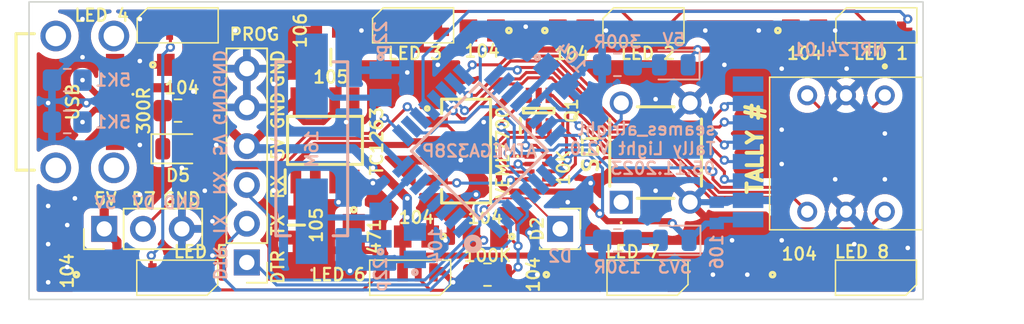
<source format=kicad_pcb>
(kicad_pcb (version 20221018) (generator pcbnew)
  (layers (0 "F.Cu" signal "Front") (31 "B.Cu" signal "Back") (34 "B.Paste" user) (35 "F.Paste" user) (36 "B.SilkS" user "B.Silkscreen") (37 "F.SilkS" user "F.Silkscreen") (38 "B.Mask" user) (39 "F.Mask" user) (44 "Edge.Cuts" user))
  (net 0 "")
  (net 1 "+3V3")
  (net 2 "Net-(3V1-A)")
  (net 3 "+5V")
  (net 4 "Net-(5V1-A)")
  (net 5 "/LED")
  (net 6 "GND")
  (net 7 "/XTAL1")
  (net 8 "/XTAL2")
  (net 9 "/RST")
  (net 10 "/DTR")
  (net 11 "/BTN")
  (net 12 "/LED_DATA_2")
  (net 13 "/LED_DATA")
  (net 14 "/RF_CE")
  (net 15 "/RF_CSN")
  (net 16 "/MOSI")
  (net 17 "/MISO")
  (net 18 "/SCK")
  (net 19 "/HEX_1")
  (net 20 "/HEX_2")
  (net 21 "/HEX_4")
  (net 22 "/HEX_8")
  (net 23 "/SDA")
  (net 24 "/SCL")
  (net 25 "/RXI")
  (net 26 "/TXO")
  (net 27 "/SCL_3V")
  (net 28 "/SDA_3V")
  (net 29 "Net-(J1-CC1)")
  (net 30 "Net-(J1-CC2)")
  (net 35 "Net-(U1-DOUT)")
  (net 36 "Net-(U2-DOUT)")
  (net 37 "Net-(U3-DOUT)")
  (net 38 "Net-(U4-DOUT)")
  (net 39 "Net-(U5-DOUT)")
  (net 40 "Net-(U6-DOUT)")
  (net 41 "Net-(U7-DOUT)")
  (net 44 "Net-(IC1-BYPASS)")
  (net 45 "Net-(IC3-AREF)")
  (net 55 "Net-(IC3-PD2_(PTCXY{slash}INT0{slash}OC3B{slash}OC4B))")
  (net 56 "Net-(LED1-K)")
  (footprint "SamacSys_Parts:USB4125GFA0190" (layer "F.Cu") (at 133.05 90.43 -90)
    (fp_text reference "USB")
    (fp_text value "USB4125-GF-A-0190" hide)
  )
  (footprint "Connector_PinSocket_2.54mm:PinSocket_1x01_P2.54mm_Vertical" (layer "F.Cu") (at 165.25 98.75)
    (fp_text reference "D2")
    (fp_text value "Conn_01x01_Pin")
  )
  (footprint "SamacSys_Parts:SOT65P210X110-6N" (layer "F.Cu") (at 163.85 91 90)
    (fp_text reference "Q1")
    (fp_text value "BSS138DW-7-F" hide)
  )
  (footprint "SamacSys_Parts:SOIC127P600X175-8N" (layer "F.Cu") (at 149.865 92.95 90)
    (fp_text reference "TC1263")
    (fp_text value "TC1263-3.3VOATR" hide)
  )
  (footprint "SamacSys_Parts:C0805" (layer "F.Cu") (at 181.25 85.75)
    (fp_text reference "C1")
    (fp_text value "104" hide)
  )
  (footprint "Samuel_Library:SK6812_SIDE-A" (layer "F.Cu") (at 157.98 86.36 180)
    (fp_text reference "U3")
    (fp_text value "LED 3")
  )
  (footprint "Samuel_Library:SK6812_SIDE-A" (layer "F.Cu") (at 183.57 101)
    (fp_text reference "U8")
    (fp_text value "LED 8")
  )
  (footprint "Connector_PinHeader_2.54mm:PinHeader_1x06_P2.54mm_Vertical" (layer "F.Cu") (at 144.75 100.95 180)
    (fp_text reference "PROG")
    (fp_text value "Conn_01x06_Pin" hide)
  )
  (footprint "Samuel_Library:R_0805_2012Metric_Pad1.20x1.40mm_HandSolder" (layer "F.Cu") (at 140.25 91 180)
    (fp_text reference "R6")
    (fp_text value "300R")
  )
  (footprint "SamacSys_Parts:C0805" (layer "F.Cu") (at 166.1 101.75)
    (fp_text reference "C6")
    (fp_text value "104" hide)
  )
  (footprint "Samuel_Library:R_0805_2012Metric_Pad1.20x1.40mm_HandSolder" (layer "F.Cu") (at 160.5 101.75)
    (fp_text reference "R3")
    (fp_text value "100K")
  )
  (footprint "SamacSys_Parts:C0805" (layer "F.Cu") (at 151.75 99.25 -90)
    (fp_text reference "C10")
    (fp_text value "471" hide)
  )
  (footprint "SamacSys_Parts:C0805" (layer "F.Cu") (at 155.85 99.25 180)
    (fp_text reference "C5")
    (fp_text value "104" hide)
  )
  (footprint "Connector_PinHeader_2.54mm:PinHeader_1x03_P2.54mm_Vertical" (layer "F.Cu") (at 135.42 98.75 90)
    (fp_text reference "J4" hide)
    (fp_text value "Conn_01x03_Pin")
  )
  (footprint "SamacSys_Parts:YC124JR0710KL" (layer "F.Cu") (at 163.825 94.75 -90)
    (fp_text reference "RN1")
    (fp_text value "10K" hide)
  )
  (footprint "Samuel_Library:SK6812_SIDE-A" (layer "F.Cu") (at 173.056 86.36 180)
    (fp_text reference "U2")
    (fp_text value "LED 2")
  )
  (footprint "SamacSys_Parts:C0805" (layer "F.Cu") (at 160.15 85.75 180)
    (fp_text reference "C3")
    (fp_text value "104" hide)
  )
  (footprint "SamacSys_Parts:CAPC2012X135N" (layer "F.Cu") (at 150.25 87.5 180)
    (fp_text reference "C11")
    (fp_text value "105" hide)
  )
  (footprint "SamacSys_Parts:CAPC2012X135N" (layer "F.Cu") (at 148 98.5 -90)
    (fp_text reference "C9")
    (fp_text value "105" hide)
  )
  (footprint "SamacSys_Parts:C0805" (layer "F.Cu") (at 180.9 101.75)
    (fp_text reference "C7")
    (fp_text value "104" hide)
  )
  (footprint "Samuel_Library:SK6812_SIDE-A" (layer "F.Cu") (at 137.85 101)
    (fp_text reference "U5")
    (fp_text value "LED 5")
  )
  (footprint "Samuel_Library:SK6812_SIDE-A" (layer "F.Cu") (at 142.576 86.36 180)
    (fp_text reference "U4")
    (fp_text value "LED 4")
  )
  (footprint "SamacSys_Parts:CAPC1608X90N" (layer "F.Cu") (at 150 85.75 180)
    (fp_text reference "C13")
    (fp_text value "106" hide)
  )
  (footprint "SamacSys_Parts:TS026650BK260SCRD" (layer "F.Cu") (at 169.25 97 90)
    (fp_text reference "SET")
    (fp_text value "TS02-66-50-BK-260-SCR-D" hide)
  )
  (footprint "Samuel_Library:SK6812_SIDE-A" (layer "F.Cu") (at 188.296 86.36 180)
    (fp_text reference "U1")
    (fp_text value "LED 1")
  )
  (footprint "SamacSys_Parts:VEML7700" (layer "F.Cu") (at 157.5 90.25 -90)
    (fp_text reference "VEML7700")
    (fp_text value "VEML7700-TT" hide)
  )
  (footprint "LED_SMD:LED_0805_2012Metric" (layer "F.Cu") (at 140.1875 93.5)
    (fp_text reference "D5")
    (fp_text value "LED")
  )
  (footprint "SamacSys_Parts:SD1210" (layer "F.Cu") (at 186.5 90 90)
    (fp_text reference "TALLY #")
    (fp_text value "SD-1210" hide)
  )
  (footprint "Samuel_Library:SK6812_SIDE-A" (layer "F.Cu") (at 168.62 101)
    (fp_text reference "U7")
    (fp_text value "LED 7")
  )
  (footprint "Samuel_Library:SK6812_SIDE-A" (layer "F.Cu") (at 153.09 101)
    (fp_text reference "U6")
    (fp_text value "LED 6")
  )
  (footprint "SamacSys_Parts:C0805" (layer "F.Cu") (at 166 85.75)
    (fp_text reference "C2")
    (fp_text value "104" hide)
  )
  (footprint "SamacSys_Parts:C0805" (layer "F.Cu") (at 140.35 88)
    (fp_text reference "C4")
    (fp_text value "104" hide)
  )
  (footprint "SamacSys_Parts:C0805" (layer "F.Cu") (at 135.35 101.75)
    (fp_text reference "C8")
    (fp_text value "104" hide)
  )
  (footprint "SamacSys_Parts:C0805" (layer "F.Cu") (at 160.35 99.25 180)
    (fp_text reference "C15")
    (fp_text value "104" hide)
  )
  (footprint "SamacSys_Parts:CAPC1608X90N" (layer "B.Cu") (at 175.5 97.7 90)
    (fp_text reference "C12")
    (fp_text value "106" hide)
  )
  (footprint "LED_SMD:LED_0805_2012Metric" (layer "B.Cu") (at 172.6875 88 180)
    (fp_text reference "5V")
    (fp_text value "LED")
  )
  (footprint "SamacSys_Parts:C0805" (layer "B.Cu") (at 153.5 98.5 90)
    (fp_text reference "C17")
    (fp_text value "22p" hide)
  )
  (footprint "Samuel_Library:R_0805_2012Metric_Pad1.20x1.40mm_HandSolder" (layer "B.Cu") (at 133 89 180)
    (fp_text reference "R1")
    (fp_text value "5K1")
  )
  (footprint "SamacSys_Parts:C0805" (layer "B.Cu") (at 165 88.75 -45)
    (fp_text reference "C16")
    (fp_text value "104" hide)
  )
  (footprint "SamacSys_Parts:C0805" (layer "B.Cu") (at 155.75 99.85 90)
    (fp_text reference "C14")
    (fp_text value "104" hide)
  )
  (footprint "MySensors:NRF24L01-SMD" (layer "B.Cu") (at 186.25 93.75 90)
    (fp_text reference "NRF24L01")
    (fp_text value "NRF24L01")
  )
  (footprint "SamacSys_Parts:ABLS" (layer "B.Cu") (at 149 93.5 90)
    (fp_text reference "16M")
    (fp_text value "16M" hide)
  )
  (footprint "Samuel_Library:R_0805_2012Metric_Pad1.20x1.40mm_HandSolder" (layer "B.Cu") (at 169 88)
    (fp_text reference "R5")
    (fp_text value "300R")
  )
  (footprint "LED_SMD:LED_0805_2012Metric" (layer "B.Cu") (at 172.75 99.5 180)
    (fp_text reference "3V3")
    (fp_text value "LED")
  )
  (footprint "Samuel_Library:R_0805_2012Metric_Pad1.20x1.40mm_HandSolder" (layer "B.Cu") (at 169 99.5)
    (fp_text reference "R4")
    (fp_text value "130R")
  )
  (footprint "SamacSys_Parts:C0805" (layer "B.Cu") (at 153.5 89.25 -90)
    (fp_text reference "C18")
    (fp_text value "22p" hide)
  )
  (footprint "SamacSys_Parts:QFP80P900X900X120-32N" (layer "B.Cu") (at 159.974695 93.646268 45)
    (fp_text reference "ATMEGA328P")
    (fp_text value "ATMEGA328PB-AU" hide)
  )
  (footprint "Samuel_Library:R_0805_2012Metric_Pad1.20x1.40mm_HandSolder" (layer "B.Cu") (at 133 91.75 180)
    (fp_text reference "R2")
    (fp_text value "5K1")
  )
  (gr_rect (start 130.5 83.875) (end 189 103.375) (stroke (width 0.1)) (fill none) (layer "Edge.Cuts"))
  (gr_text "D2" (at 165.25 101) (layer "B.SilkS") (effects (font (size 0.8 0.8) (thickness 0.15) bold) (justify bottom mirror)))
  (gr_text "DTR" (at 142.5 101 -90) (layer "B.SilkS") (effects (font (size 0.8 0.8) (thickness 0.15) bold) (justify bottom mirror)))
  (gr_text "GND" (at 142.5 90.75 -90) (layer "B.SilkS") (effects (font (size 0.8 0.8) (thickness 0.15) bold) (justify bottom mirror)))
  (gr_text "5V" (at 142.5 93.25 -90) (layer "B.SilkS") (effects (font (size 0.8 0.8) (thickness 0.15) bold) (justify bottom mirror)))
  (gr_text "seames_alright\nTally Light V2.0\n05.11.2023" (at 175.5 95.25) (layer "B.SilkS") (effects (font (size 0.8 0.8) (thickness 0.15) bold) (justify left bottom mirror)))
  (gr_text "5V" (at 135.5 97.5) (layer "B.SilkS") (effects (font (size 0.8 0.8) (thickness 0.15) bold) (justify bottom mirror)))
  (gr_text "GND" (at 142.5 88.25 -90) (layer "B.SilkS") (effects (font (size 0.8 0.8) (thickness 0.15) bold) (justify bottom mirror)))
  (gr_text "TX" (at 142.5 98.5 -90) (layer "B.SilkS") (effects (font (size 0.8 0.8) (thickness 0.15) bold) (justify bottom mirror)))
  (gr_text "D7" (at 138 97.5) (layer "B.SilkS") (effects (font (size 0.8 0.8) (thickness 0.15) bold) (justify bottom mirror)))
  (gr_text "GND" (at 140.5 97.5) (layer "B.SilkS") (effects (font (size 0.8 0.8) (thickness 0.15) bold) (justify bottom mirror)))
  (gr_text "RX" (at 142.5 95.75 -90) (layer "B.SilkS") (effects (font (size 0.8 0.8) (thickness 0.15) bold) (justify bottom mirror)))
  (gr_text "RX" (at 147.25 96 90) (layer "F.SilkS") (effects (font (size 0.8 0.8) (thickness 0.15) bold) (justify bottom)))
  (gr_text "GND" (at 140.5 97.25) (layer "F.SilkS") (effects (font (size 0.8 0.8) (thickness 0.15) bold) (justify bottom)))
  (gr_text "GND" (at 147.25 91 90) (layer "F.SilkS") (effects (font (size 0.8 0.8) (thickness 0.15) bold) (justify bottom)))
  (gr_text "5V" (at 147.25 93.5 90) (layer "F.SilkS") (effects (font (size 0.8 0.8) (thickness 0.15) bold) (justify bottom)))
  (gr_text "D7" (at 138 97.25) (layer "F.SilkS") (effects (font (size 0.8 0.8) (thickness 0.15) bold) (justify bottom)))
  (gr_text "DTR" (at 147.25 101.25 90) (layer "F.SilkS") (effects (font (size 0.8 0.8) (thickness 0.15) bold) (justify bottom)))
  (gr_text "TX" (at 147.25 98.5 90) (layer "F.SilkS") (effects (font (size 0.8 0.8) (thickness 0.15) bold) (justify bottom)))
  (gr_text "5V" (at 135.5 97.25) (layer "F.SilkS") (effects (font (size 0.8 0.8) (thickness 0.15) bold) (justify bottom)))
  (gr_text "GND" (at 147.25 88.25 90) (layer "F.SilkS") (effects (font (size 0.8 0.8) (thickness 0.15) bold) (justify bottom)))
  (segment (start 163.85 92) (end 163.85 90) (width 0.2) (layer "F.Cu") (net 1))
  (segment (start 160.5 94.35387) (end 160.5 93.5) (width 0.4) (layer "F.Cu") (net 1))
  (segment (start 164.925 95) (end 165.673 94.252) (width 0.2) (layer "F.Cu") (net 1))
  (segment (start 161.25 95.75) (end 161.25 95.10387) (width 0.4) (layer "F.Cu") (net 1))
  (segment (start 167.846 97.75) (end 166.4 96.304) (width 0.4) (layer "F.Cu") (net 1))
  (segment (start 165.673 92.800219) (end 165.423 92.550219) (width 0.2) (layer "F.Cu") (net 1))
  (segment (start 160.015 93.015) (end 155.5 93.015) (width 0.4) (layer "F.Cu") (net 1))
  (segment (start 155.265 93.25) (end 149.185 93.25) (width 0.4) (layer "F.Cu") (net 1))
  (segment (start 160.5 93.5) (end 160.015 93.015) (width 0.4) (layer "F.Cu") (net 1))
  (segment (start 165.423 91.673) (end 164.75 91) (width 0.2) (layer "F.Cu") (net 1))
  (segment (start 161.804 96.304) (end 161.25 95.75) (width 0.4) (layer "F.Cu") (net 1))
  (segment (start 164.4 95) (end 164.925 95) (width 0.2) (layer "F.Cu") (net 1))
  (segment (start 155.5 93.015) (end 155.265 93.25) (width 0.4) (layer "F.Cu") (net 1))
  (segment (start 161.25 95.10387) (end 160.5 94.35387) (width 0.4) (layer "F.Cu") (net 1))
  (segment (start 157.1 93.015) (end 155.5 93.015) (width 0.4) (layer "F.Cu") (net 1))
  (segment (start 165.423 92.550219) (end 165.423 91.673) (width 0.2) (layer "F.Cu") (net 1))
  (segment (start 168.346 98.25) (end 167.846 97.75) (width 0.4) (layer "F.Cu") (net 1))
  (segment (start 165.7235 93.8005) (end 165.673 93.75) (width 0.2) (layer "F.Cu") (net 1))
  (segment (start 166.4 96.304) (end 161.804 96.304) (width 0.4) (layer "F.Cu") (net 1))
  (segment (start 149.185 93.25) (end 147.96 94.475) (width 0.4) (layer "F.Cu") (net 1))
  (segment (start 163.85 91) (end 163.85 92) (width 0.2) (layer "F.Cu") (net 1))
  (segment (start 172.4375 98.25) (end 168.346 98.25) (width 0.4) (layer "F.Cu") (net 1))
  (segment (start 165.673 93.75) (end 165.673 92.800219) (width 0.2) (layer "F.Cu") (net 1))
  (segment (start 148 97.68) (end 148 95.69) (width 0.4) (layer "F.Cu") (net 1))
  (segment (start 164.4 95) (end 164.4 95.5) (width 0.2) (layer "F.Cu") (net 1))
  (segment (start 148 95.69) (end 147.96 95.65) (width 0.4) (layer "F.Cu") (net 1))
  (segment (start 172.59375 98.40625) (end 172.4375 98.25) (width 0.4) (layer "F.Cu") (net 1))
  (segment (start 165.7235 94.25) (end 165.7235 93.8005) (width 0.2) (layer "F.Cu") (net 1))
  (segment (start 147.96 94.475) (end 147.96 95.65) (width 0.4) (layer "F.Cu") (net 1))
  (segment (start 165.673 94.252) (end 165.673 93.75) (width 0.2) (layer "F.Cu") (net 1))
  (segment (start 164.75 91) (end 163.85 91) (width 0.2) (layer "F.Cu") (net 1))
  (via (at 172.59375 98.40625) (size 0.6) (drill 0.3) (layers "F.Cu" "B.Cu") (net 1))
  (via (at 165.7235 94.25) (size 0.6) (drill 0.3) (layers "F.Cu" "B.Cu") (net 1))
  (via (at 167.846 97.75) (size 0.6) (drill 0.3) (layers "F.Cu" "B.Cu") (net 1))
  (segment (start 165.7235 94.25) (end 166.0695 93.904) (width 0.2) (layer "B.Cu") (net 1))
  (segment (start 175.75 98.15) (end 175.5 98.4) (width 0.4) (layer "B.Cu") (net 1))
  (segment (start 168.027 94.777) (end 168.027 97.569) (width 0.2) (layer "B.Cu") (net 1))
  (segment (start 174.7875 98.4) (end 173.6875 99.5) (width 0.4) (layer "B.Cu") (net 1))
  (segment (start 168.027 97.569) (end 167.846 97.75) (width 0.2) (layer "B.Cu") (net 1))
  (segment (start 172.59375 98.40625) (end 173.6875 99.5) (width 0.4) (layer "B.Cu") (net 1))
  (segment (start 175.5 98.4) (end 174.7875 98.4) (width 0.4) (layer "B.Cu") (net 1))
  (segment (start 177.55 98.15) (end 175.75 98.15) (width 0.4) (layer "B.Cu") (net 1))
  (segment (start 166.0695 93.904) (end 167.154 93.904) (width 0.2) (layer "B.Cu") (net 1))
  (segment (start 167.154 93.904) (end 168.027 94.777) (width 0.2) (layer "B.Cu") (net 1))
  (segment (start 171.8125 99.5) (end 170 99.5) (width 0.4) (layer "B.Cu") (net 2))
  (segment (start 171.117 100.5) (end 168.25 100.5) (width 0.4) (layer "F.Cu") (net 3))
  (segment (start 168.25 100.5) (end 167 100.5) (width 0.4) (layer "F.Cu") (net 3))
  (segment (start 140.726 85.76) (end 140.726 87.476) (width 0.4) (layer "F.Cu") (net 3))
  (segment (start 151 87.43) (end 151.07 87.5) (width 0.4) (layer "F.Cu") (net 3))
  (segment (start 181.5 87) (end 186.25 87) (width 0.4) (layer "F.Cu") (net 3))
  (segment (start 136.914 91.95) (end 137.5 91.364) (width 0.6) (layer "F.Cu") (net 3))
  (segment (start 166.9 86.9) (end 166.9 85.75) (width 0.4) (layer "F.Cu") (net 3))
  (segment (start 141.25 88) (end 141.25 88.221866) (width 0.6) (layer "F.Cu") (net 3))
  (segment (start 164.4 94) (end 164.4 94.5) (width 0.2) (layer "F.Cu") (net 3))
  (segment (start 139.7 101.8) (end 138.75 102.75) (width 0.2) (layer "F.Cu") (net 3))
  (segment (start 168.25 100.5) (end 154.94 100.5) (width 0.4) (layer "F.Cu") (net 3))
  (segment (start 161.152839 86.996) (end 170.962 86.996) (width 0.4) (layer "F.Cu") (net 3))
  (segment (start 135.42 98.75) (end 135.42 96.92) (width 0.6) (layer "F.Cu") (net 3))
  (segment (start 170.962 86.996) (end 170.966 87) (width 0.4) (layer "F.Cu") (net 3))
  (segment (start 159.5 100.552) (end 159.5 101.75) (width 0.4) (layer "F.Cu") (net 3))
  (segment (start 155.89 87) (end 156.13 86.76) (width 0.4) (layer "F.Cu") (net 3))
  (segment (start 183.423 100.5) (end 171.117 100.5) (width 0.4) (layer "F.Cu") (net 3))
  (segment (start 135.55 91.95) (end 136.13 91.95) (width 0.6) (layer "F.Cu") (net 3))
  (segment (start 141.25 88.221866) (end 142.5 89.471866) (width 0.6) (layer "F.Cu") (net 3))
  (segment (start 137.25 89.25) (end 136.91 88.91) (width 0.6) (layer "F.Cu") (net 3))
  (segment (start 148.5 91.75) (end 147.96 91.21) (width 0.4) (layer "F.Cu") (net 3))
  (segment (start 154.94 101.6) (end 154.94 100.5) (width 0.4) (layer "F.Cu") (net 3))
  (segment (start 135.42 98.75) (end 136.25 99.58) (width 0.6) (layer "F.Cu") (net 3))
  (segment (start 137.25 102.75) (end 136.25 101.75) (width 0.2) (layer "F.Cu") (net 3))
  (segment (start 186 100.5) (end 185.42 100.5) (width 0.4) (layer "F.Cu") (net 3))
  (segment (start 156.13 86.76) (end 156.13 85.76) (width 0.4) (layer "F.Cu") (net 3))
  (segment (start 150.75 90) (end 150.5 90.25) (width 0.4) (layer "F.Cu") (net 3))
  (segment (start 150.5 90.25) (end 150.5 91) (width 0.4) (layer "F.Cu") (net 3))
  (segment (start 171.117 100.5) (end 170.47 100.5) (width 0.4) (layer "F.Cu") (net 3))
  (segment (start 151.07 87.5) (end 150.75 87.82) (width 0.4) (layer "F.Cu") (net 3))
  (segment (start 141.25 88.354) (end 140.104 89.5) (width 0.6) (layer "F.Cu") (net 3))
  (segment (start 151.57 87) (end 155.89 87) (width 0.4) (layer "F.Cu") (net 3))
  (segment (start 144.88 93.33) (end 147.96 90.25) (width 0.6) (layer "F.Cu") (net 3))
  (segment (start 158.375 87) (end 160.25 87) (width 0.4) (layer "F.Cu") (net 3))
  (segment (start 171.206 86.956) (end 171.206 85.76) (width 0.4) (layer "F.Cu") (net 3))
  (segment (start 136.91 88.91) (end 136.13 88.91) (width 0.6) (layer "F.Cu") (net 3))
  (segment (start 140.726 87.476) (end 141.25 88) (width 0.4) (layer "F.Cu") (net 3))
  (segment (start 151 86.05) (end 151 87.43) (width 0.4) (layer "F.Cu") (net 3))
  (segment (start 186.25 87) (end 186.446 86.804) (width 0.4) (layer "F.Cu") (net 3))
  (segment (start 170.966 87) (end 171.25 87) (width 0.4) (layer "F.Cu") (net 3))
  (segment (start 153.25 94.75) (end 155.25 96.75) (width 0.6) (layer "F.Cu") (net 3))
  (segment (start 181.5 87) (end 182.15 87) (width 0.4) (layer "F.Cu") (net 3))
  (segment (start 151.07 87.5) (end 151.57 87) (width 0.4) (layer "F.Cu") (net 3))
  (segment (start 154.95 98.3) (end 155.25 98) (width 0.4) (layer "F.Cu") (net 3))
  (segment (start 186.446 86.804) (end 186.446 85.76) (width 0.4) (layer "F.Cu") (net 3))
  (segment (start 186.25 87) (end 187.5 87) (width 0.4) (layer "F.Cu") (net 3))
  (segment (start 163.6765 93.2765) (end 164.4 94) (width 0.2) (layer "F.Cu") (net 3))
  (segment (start 135.42 96.92) (end 134.25 95.75) (width 0.6) (layer "F.Cu") (net 3))
  (segment (start 136.25 99.58) (end 136.25 101.75) (width 0.6) (layer "F.Cu") (net 3))
  (segment (start 150.7 85.75) (end 151 86.05) (width 0.4) (layer "F.Cu") (net 3))
  (segment (start 163 93.2765) (end 163.6765 93.2765) (width 0.2) (layer "F.Cu") (net 3))
  (segment (start 171.25 87) (end 171.206 86.956) (width 0.4) (layer "F.Cu") (net 3))
  (segment (start 153 94.75) (end 153.25 94.75) (width 0.6) (layer "F.Cu") (net 3))
  (segment (start 138.75 102.75) (end 137.25 102.75) (width 0.2) (layer "F.Cu") (net 3))
  (segment (start 170.966 87) (end 174.25 87) (width 0.4) (layer "F.Cu") (net 3))
  (segment (start 170.47 100.5) (end 170.47 101.6) (width 0.4) (layer "F.Cu") (net 3))
  (segment (start 154.95 99.5) (end 154.95 98.3) (width 0.4) (layer "F.Cu") (net 3))
  (segment (start 154.94 100.5) (end 154.94 99.26) (width 0.4) (layer "F.Cu") (net 3))
  (segment (start 140.104 89.5) (end 137.5 89.5) (width 0.6) (layer "F.Cu") (net 3))
  (segment (start 187.5 87) (end 188.25 87.75) (width 0.4) (layer "F.Cu") (net 3))
  (segment (start 161.148838 87) (end 161.152839 86.996) (width 0.4) (layer "F.Cu") (net 3))
  (segment (start 142.5 89.471866) (end 142.5 91.08) (width 0.6) (layer "F.Cu") (net 3))
  (segment (start 144.75 93.33) (end 144.88 93.33) (width 0.6) (layer "F.Cu") (net 3))
  (segment (start 136.13 91.95) (end 136.914 91.95) (width 0.6) (layer "F.Cu") (net 3))
  (segment (start 150.75 87.82) (end 150.75 90) (width 0.4) (layer "F.Cu") (net 3))
  (segment (start 183.423 100.5) (end 181.8 100.5) (width 0.4) (layer "F.Cu") (net 3))
  (segment (start 147.96 91.21) (end 147.96 90.25) (width 0.4) (layer "F.Cu") (net 3))
  (segment (start 185.42 100.5) (end 185.42 101.6) (width 0.4) (layer "F.Cu") (net 3))
  (segment (start 150.5 91) (end 149.75 91.75) (width 0.4) (layer "F.Cu") (net 3))
  (segment (start 149.75 91.75) (end 148.5 91.75) (width 0.4) (layer "F.Cu") (net 3))
  (segment (start 134.25 93.25) (end 135.55 91.95) (width 0.6) (layer "F.Cu") (net 3))
  (segment (start 137.5 89.5) (end 137.25 89.25) (width 0.6) (layer "F.Cu") (net 3))
  (segment (start 174.25 87) (end 181.5 87) (width 0.4) (layer "F.Cu") (net 3))
  (segment (start 167 87) (end 166.9 86.9) (width 0.4) (layer "F.Cu") (net 3))
  (segment (start 134.25 95.75) (end 134.25 93.25) (width 0.6) (layer "F.Cu") (net 3))
  (segment (start 154.94 100.5) (end 154.94 99.51) (width 0.4) (layer "F.Cu") (net 3))
  (segment (start 182.15 87) (end 182.15 85.75) (width 0.4) (layer "F.Cu") (net 3))
  (segment (start 188.25 87.75) (end 188.25 98.25) (width 0.4) (layer "F.Cu") (net 3))
  (segment (start 181.8 100.5) (end 181.8 101.75) (width 0.4) (layer "F.Cu") (net 3))
  (segment (start 159.25 86.125) (end 159.25 85.75) (width 0.4) (layer "F.Cu") (net 3))
  (segment (start 167 100.5) (end 167 101.75) (width 0.4) (layer "F.Cu") (net 3))
  (segment (start 188.25 98.25) (end 186 100.5) (width 0.4) (layer "F.Cu") (net 3))
  (segment (start 186 100.5) (end 183.423 100.5) (width 0.4) (layer "F.Cu") (net 3))
  (segment (start 160.25 87) (end 161.148838 87) (width 0.4) (layer "F.Cu") (net 3))
  (segment (start 158.375 87) (end 159.25 86.125) (width 0.4) (layer "F.Cu") (net 3))
  (segment (start 139.7 101.6) (end 139.7 101.8) (width 0.2) (layer "F.Cu") (net 3))
  (segment (start 137.5 91.364) (end 137.5 89.5) (width 0.6) (layer "F.Cu") (net 3))
  (segment (start 142.5 91.08) (end 144.75 93.33) (width 0.6) (layer "F.Cu") (net 3))
  (segment (start 154.94 99.51) (end 154.95 99.5) (width 0.4) (layer "F.Cu") (net 3))
  (segment (start 159.25 85.75) (end 159.25 86.25) (width 0.2) (layer "F.Cu") (net 3))
  (segment (start 154.94 99.26) (end 154.95 99.25) (width 0.4) (layer "F.Cu") (net 3))
  (segment (start 141.25 88) (end 141.25 88.354) (width 0.6) (layer "F.Cu") (net 3))
  (segment (start 155.89 87) (end 158.375 87) (width 0.4) (layer "F.Cu") (net 3))
  (via (at 153 94.75) (size 0.6) (drill 0.3) (layers "F.Cu" "B.Cu") (net 3))
  (via (at 163 93.2765) (size 0.6) (drill 0.3) (layers "F.Cu" "B.Cu") (net 3))
  (via (at 160.25 87) (size 0.6) (drill 0.3) (layers "F.Cu" "B.Cu") (net 3))
  (via (at 155.25 96.75) (size 0.6) (drill 0.3) (layers "F.Cu" "B.Cu") (net 3))
  (via (at 174.25 87) (size 0.6) (drill 0.3) (layers "F.Cu" "B.Cu") (net 3))
  (via (at 155.25 98) (size 0.6) (drill 0.3) (layers "F.Cu" "B.Cu") (net 3))
  (segment (start 160.027 89.277) (end 160.027 87.223) (width 0.2) (layer "B.Cu") (net 3))
  (segment (start 144.92 93.5) (end 151.75 93.5) (width 0.6) (layer "B.Cu") (net 3))
  (segment (start 163 92.25) (end 160.771268 90.021268) (width 0.2) (layer "B.Cu") (net 3))
  (segment (start 144.75 93.33) (end 144.92 93.5) (width 0.6) (layer "B.Cu") (net 3))
  (segment (start 173.625 87.625) (end 174.25 87) (width 0.2) (layer "B.Cu") (net 3))
  (segment (start 155.75 98.436649) (end 155.75 98.95) (width 0.4) (layer "B.Cu") (net 3))
  (segment (start 151.75 93.5) (end 153 94.75) (width 0.6) (layer "B.Cu") (net 3))
  (segment (start 155.25 96.75) (end 155.25 98.45) (width 0.6) (layer "B.Cu") (net 3))
  (segment (start 160.771268 90.021268) (end 160.027 89.277) (width 0.2) (layer "B.Cu") (net 3))
  (segment (start 157.252334 96.934315) (end 155.75 98.436649) (width 0.4) (layer "B.Cu") (net 3))
  (segment (start 160.027 87.223) (end 160.25 87) (width 0.2) (layer "B.Cu") (net 3))
  (segment (start 155.25 98.45) (end 155.75 98.95) (width 0.6) (layer "B.Cu") (net 3))
  (segment (start 163 93.2765) (end 163 92.25) (width 0.2) (layer "B.Cu") (net 3))
  (segment (start 160.771268 90.021268) (end 161.565685 89.226851) (width 0.2) (layer "B.Cu") (net 3))
  (segment (start 173.625 88) (end 173.625 87.625) (width 0.2) (layer "B.Cu") (net 3))
  (segment (start 170 88) (end 171.75 88) (width 0.4) (layer "B.Cu") (net 4))
  (segment (start 142.3445 94.407) (end 141.1875 93.25) (width 0.2) (layer "F.Cu") (net 5))
  (segment (start 148.754 92.496) (end 146.843 94.407) (width 0.2) (layer "F.Cu") (net 5))
  (segment (start 146.843 94.407) (end 142.3445 94.407) (width 0.2) (layer "F.Cu") (net 5))
  (segment (start 153.75 91.5) (end 152.754 92.496) (width 0.2) (layer "F.Cu") (net 5))
  (segment (start 152.754 92.496) (end 148.754 92.496) (width 0.2) (layer "F.Cu") (net 5))
  (via (at 153.75 91.5) (size 0.6) (drill 0.3) (layers "F.Cu" "B.Cu") (net 5))
  (segment (start 153.868629 91.5) (end 154.989592 92.620963) (width 0.2) (layer "B.Cu") (net 5))
  (segment (start 153.75 91.5) (end 153.868629 91.5) (width 0.2) (layer "B.Cu") (net 5))
  (segment (start 149.8275 97) (end 150.75 97) (width 0.4) (layer "F.Cu") (net 6))
  (segment (start 163 85.5) (end 163.25 85.75) (width 0.4) (layer "F.Cu") (net 6))
  (segment (start 168.26 85.76) (end 168.25 85.75) (width 0.2) (layer "F.Cu") (net 6))
  (segment (start 187.445 100.555) (end 188 100) (width 0.4) (layer "F.Cu") (net 6))
  (segment (start 163 85.5) (end 162.75 85.75) (width 0.4) (layer "F.Cu") (net 6))
  (segment (start 157.5265 101.525) (end 158.25 102.2485) (width 0.4) (layer "F.Cu") (net 6))
  (segment (start 136.13 93.18) (end 137.68 93.18) (width 0.4) (layer "F.Cu") (net 6))
  (segment (start 162.75 85.75) (end 161.05 85.75) (width 0.4) (layer "F.Cu") (net 6))
  (segment (start 141.25 91) (end 141.25 89.75) (width 0.4) (layer "F.Cu") (net 6))
  (segment (start 183.335 85.835) (end 183.25 85.75) (width 0.2) (layer "F.Cu") (net 6))
  (segment (start 137.68 93.18) (end 137.75 93.25) (width 0.4) (layer "F.Cu") (net 6))
  (segment (start 141.25 91) (end 141.25 91.25) (width 0.4) (layer "F.Cu") (net 6))
  (segment (start 149.23 95.65) (end 149.23 96.4025) (width 0.4) (layer "F.Cu") (net 6))
  (segment (start 152.335 85.835) (end 152.25 85.75) (width 0.6) (layer "F.Cu") (net 6))
  (segment (start 141.25 91.25) (end 142.75 92.75) (width 0.4) (layer "F.Cu") (net 6))
  (segment (start 156.75 99.25) (end 157.5 99.25) (width 0.4) (layer "F.Cu") (net 6))
  (segment (start 169.181 85.76) (end 168.26 85.76) (width 0.2) (layer "F.Cu") (net 6))
  (segment (start 180.35 85.75) (end 178.25 85.75) (width 0.4) (layer "F.Cu") (net 6))
  (segment (start 187.445 101.6) (end 187.445 100.555) (width 0.4) (layer "F.Cu") (net 6))
  (segment (start 163.25 85.75) (end 165.1 85.75) (width 0.4) (layer "F.Cu") (net 6))
  (segment (start 149.23 96.4025) (end 149.8275 97) (width 0.4) (layer "F.Cu") (net 6))
  (segment (start 157.19 101.525) (end 157.5265 101.525) (width 0.4) (layer "F.Cu") (net 6))
  (segment (start 153.88 85.835) (end 152.335 85.835) (width 0.6) (layer "F.Cu") (net 6))
  (segment (start 175.25 101.75) (end 172.645 101.75) (width 0.4) (layer "F.Cu") (net 6))
  (segment (start 172.645 101.75) (end 172.495 101.6) (width 0.4) (layer "F.Cu") (net 6))
  (segment (start 180 101.75) (end 177.5 101.75) (width 0.4) (layer "F.Cu") (net 6))
  (segment (start 142.75 92.75) (end 142.75 93.25) (width 0.4) (layer "F.Cu") (net 6))
  (segment (start 139.45 88) (end 136.45 88) (width 0.4) (layer "F.Cu") (net 6))
  (segment (start 136.45 88) (end 136.13 87.68) (width 0.4) (layer "F.Cu") (net 6))
  (segment (start 157.5 99.25) (end 157.75 99.5) (width 0.4) (layer "F.Cu") (net 6))
  (segment (start 184.196 85.835) (end 183.335 85.835) (width 0.2) (layer "F.Cu") (net 6))
  (segment (start 165.2 101.75) (end 163.75 101.75) (width 0.4) (layer "F.Cu") (net 6))
  (via (at 131.75 102.25) (size 0.6) (drill 0.3) (layers "F.Cu" "B.Cu") (net 6))
  (via (at 146.5 96.25) (size 0.6) (drill 0.3) (layers "F.Cu" "B.Cu") (net 6))
  (via (at 134.25 90.5) (size 0.6) (drill 0.3) (layers "F.Cu" "B.Cu") (net 6))
  (via (at 188 100) (size 0.6) (drill 0.3) (layers "F.Cu" "B.Cu") (net 6))
  (via (at 137.75 96.5) (size 0.6) (drill 0.3) (layers "F.Cu" "B.Cu") (net 6))
  (via (at 146.5 89.25) (size 0.6) (drill 0.3) (layers "F.Cu" "B.Cu") (net 6))
  (via (at 179.75 92.25) (size 0.6) (drill 0.3) (layers "F.Cu" "B.Cu") (net 6))
  (via (at 137.75 85) (size 0.6) (drill 0.3) (layers "F.Cu" "B.Cu") (net 6))
  (via (at 163 85.5) (size 0.6) (drill 0.3) (layers "F.Cu" "B.Cu") (net 6))
  (via (at 151.25 91.75) (size 0.6) (drill 0.3) (layers "F.Cu" "B.Cu") (net 6))
  (via (at 183.25 95.5) (size 0.6) (drill 0.3) (layers "F.Cu" "B.Cu") (net 6))
  (via (at 131.75 90.5) (size 0.6) (drill 0.3) (layers "F.Cu" "B.Cu") (net 6))
  (via (at 163.25 99) (size 0.6) (drill 0.3) (layers "F.Cu" "B.Cu") (net 6))
  (via (at 159.75 96.5) (size 0.6) (drill 0.3) (layers "F.Cu" "B.Cu") (net 6))
  (via (at 137.75 93.25) (size 0.6) (drill 0.3) (layers "F.Cu" "B.Cu") (net 6))
  (via (at 177.5 101.75) (size 0.6) (drill 0.3) (layers "F.Cu" "B.Cu") (net 6))
  (via (at 175.25 101.75) (size 0.6) (drill 0.3) (layers "F.Cu" "B.Cu") (net 6))
  (via (at 133 101.25) (size 0.6) (drill 0.3) (layers "F.Cu" "B.Cu") (net 6))
  (via (at 176.5 99.5) (size 0.6) (drill 0.3) (layers "F.Cu" "B.Cu") (net 6))
  (via (at 179.75 88.25) (size 0.6) (drill 0.3) (layers "F.Cu" "B.Cu") (net 6))
  (via (at 179.75 94.5) (size 0.6) (drill 0.3) (layers "F.Cu" "B.Cu") (net 6))
  (via (at 152.25 85.75) (size 0.6) (drill 0.3) (layers "F.Cu" "B.Cu") (net 6))
  (via (at 146.25 85.75) (size 0.6) (drill 0.3) (layers "F.Cu" "B.Cu") (net 6))
  (via (at 142.5 98.25) (size 0.6) (drill 0.3) (layers "F.Cu" "B.Cu") (net 6))
  (via (at 186.5 92.5) (size 0.6) (drill 0.3) (layers "F.Cu" "B.Cu") (net 6))
  (via (at 176 88) (size 0.6) (drill 0.3) (layers "F.Cu" "B.Cu") (net 6))
  (via (at 142.5 100.5) (size 0.6) (drill 0.3) (layers "F.Cu" "B.Cu") (net 6))
  (via (at 163.75 101.75) (size 0.6) (drill 0.3) (layers "F.Cu" "B.Cu") (net 6))
  (via (at 167.25 95.75) (size 0.6) (drill 0.3) (layers "F.Cu" "B.Cu") (net 6))
  (via (at 142 96.25) (size 0.6) (drill 0.3) (layers "F.Cu" "B.Cu") (net 6))
  (via (at 171.5 96.25) (size 0.6) (drill 0.3) (layers "F.Cu" "B.Cu") (net 6))
  (via (at 158.25 102.2485) (size 0.6) (drill 0.3) (layers "F.Cu" "B.Cu") (net 6))
  (via (at 137.75 87.75) (size 0.6) (drill 0.3) (layers "F.Cu" "B.Cu") (net 6))
  (via (at 133.5 96.75) (size 0.6) (drill 0.3) (layers "F.Cu" "B.Cu") (net 6))
  (via (at 153 95.75) (size 0.6) (drill 0.3) (layers "F.Cu" "B.Cu") (net 6))
  (via (at 183.25 85.75) (size 0.6) (drill 0.3) (layers "F.Cu" "B.Cu") (net 6))
  (via (at 131.75 97.25) (size 0.6) (drill 0.3) (layers "F.Cu" "B.Cu") (net 6))
  (via (at 141.25 89.75) (size 0.6) (drill 0.3) (layers "F.Cu" "B.Cu") (net 6))
  (via (at 174.75 85.75) (size 0.6) (drill 0.3) (layers "F.Cu" "B.Cu") (net 6))
  (via (at 157.75 99.5) (size 0.6) (drill 0.3) (layers "F.Cu" "B.Cu") (net 6))
  (via (at 158.75 94.25) (size 0.6) (drill 0.3) (layers "F.Cu" "B.Cu") (net 6))
  (via (at 179.75 99.5) (size 0.6) (drill 0.3) (layers "F.Cu" "B.Cu") (net 6))
  (via (at 168.25 85.75) (size 0.6) (drill 0.3) (layers "F.Cu" "B.Cu") (net 6))
  (via (at 160.25 91.75) (size 0.6) (drill 0.3) (layers "F.Cu" "B.Cu") (net 6))
  (via (at 144 85.75) (size 0.6) (drill 0.3) (layers "F.Cu" "B.Cu") (net 6))
  (via (at 184.5 99.75) (size 0.6) (drill 0.3) (layers "F.Cu" "B.Cu") (net 6))
  (via (at 186.5 95.5) (size 0.6) (drill 0.3) (layers "F.Cu" "B.Cu") (net 6))
  (via (at 178.25 85.75) (size 0.6) (drill 0.3) (layers "F.Cu" "B.Cu") (net 6))
  (via (at 171.5 90.25) (size 0.6) (drill 0.3) (layers "F.Cu" "B.Cu") (net 6))
  (via (at 151.5 101.5) (size 0.6) (drill 0.3) (layers "F.Cu" "B.Cu") (net 6))
  (via (at 140.5 94.75) (size 0.6) (drill 0.3) (layers "F.Cu" "B.Cu") (net 6))
  (via (at 134 85) (size 0.6) (drill 0.3) (layers "F.Cu" "B.Cu") (net 6))
  (via (at 134 87.5) (size 0.6) (drill 0.3) (layers "F.Cu" "B.Cu") (net 6))
  (via (at 157.25 88) (size 0.6) (drill 0.3) (layers "F.Cu" "B.Cu") (net 6))
  (via (at 142.75 93.25) (size 0.6) (drill 0.3) (layers "F.Cu" "B.Cu") (net 6))
  (via (at 184 88.25) (size 0.6) (drill 0.3) (layers "F.Cu" "B.Cu") (net 6))
  (via (at 131.75 99.75) (size 0.6) (drill 0.3) (layers "F.Cu" "B.Cu") (net 6))
  (via (at 165.75 97) (size 0.6) (drill 0.3) (layers "F.Cu" "B.Cu") (net 6))
  (via (at 133 98.5) (size 0.6) (drill 0.3) (layers "F.Cu" "B.Cu") (net 6))
  (via (at 155.25 88.5) (size 0.6) (drill 0.3) (layers "F.Cu" "B.Cu") (net 6))
  (via (at 150.75 97) (size 0.6) (drill 0.3) (layers "F.Cu" "B.Cu") (net 6))
  (segment (start 158.75 94.25) (end 156.686648 96.313352) (width 0.4) (layer "B.Cu") (net 6))
  (segment (start 175.5 97) (end 173.75 97) (width 0.4) (layer "B.Cu") (net 6))
  (segment (start 163.262742 90.923907) (end 164.800253 89.386396) (width 0.4) (layer "B.Cu") (net 6))
  (segment (start 177.55 96.88) (end 175.62 96.88) (width 0.4) (layer "B.Cu") (net 6))
  (segment (start 133.5 87.5) (end 132 89) (width 0.4) (layer "B.Cu") (net 6))
  (segment (start 142 95.75) (end 142 96.25) (width 0.4) (layer "B.Cu") (net 6))
  (segment (start 146.5 96.25) (end 146.5 95.5) (width 0.4) (layer "B.Cu") (net 6))
  (segment (start 144.25547 94.5) (end 143.25 94.5) (width 0.4) (layer "B.Cu") (net 6))
  (segment (start 145.507 94.507) (end 144.26247 94.507) (width 0.4) (layer "B.Cu") (net 6))
  (segment (start 146.5 95.5) (end 145.507 94.507) (width 0.4) (layer "B.Cu") (net 6))
  (segment (start 144.26247 94.507) (end 144.25547 94.5) (width 0.4) (layer "B.Cu") (net 6))
  (segment (start 156.686648 96.313352) (end 156.686648 96.368629) (width 0.4) (layer "B.Cu") (net 6))
  (segment (start 143.25 94.5) (end 142 95.75) (width 0.4) (layer "B.Cu") (net 6))
  (segment (start 157 100.75) (end 155.75 100.75) (width 0.4) (layer "B.Cu") (net 6))
  (segment (start 164.800253 89.386396) (end 165.636396 89.386396) (width 0.4) (layer "B.Cu") (net 6))
  (segment (start 157.75 99.5) (end 157.75 100) (width 0.4) (layer "B.Cu") (net 6))
  (segment (start 157.75 100) (end 157 100.75) (width 0.4) (layer "B.Cu") (net 6))
  (segment (start 175.62 96.88) (end 175.5 97) (width 0.4) (layer "B.Cu") (net 6))
  (segment (start 134 87.5) (end 133.5 87.5) (width 0.4) (layer "B.Cu") (net 6))
  (segment (start 153.5 97.292536) (end 153.5 97.6) (width 0.4) (layer "B.Cu") (net 7))
  (segment (start 149.25 98) (end 149 98.25) (width 0.4) (layer "B.Cu") (net 7))
  (segment (start 153.1 98) (end 149.25 98) (width 0.4) (layer "B.Cu") (net 7))
  (segment (start 153.5 97.6) (end 153.1 98) (width 0.4) (layer "B.Cu") (net 7))
  (segment (start 155.555278 95.237258) (end 153.5 97.292536) (width 0.4) (layer "B.Cu") (net 7))
  (segment (start 154.989592 94.671573) (end 153 92.681981) (width 0.4) (layer "B.Cu") (net 8))
  (segment (start 150.4 90.15) (end 149 88.75) (width 0.4) (layer "B.Cu") (net 8))
  (segment (start 153.5 90.15) (end 150.4 90.15) (width 0.4) (layer "B.Cu") (net 8))
  (segment (start 153 92.681981) (end 153 90.65) (width 0.4) (layer "B.Cu") (net 8))
  (segment (start 153 90.65) (end 153.5 90.15) (width 0.4) (layer "B.Cu") (net 8))
  (segment (start 161.8765 99.25) (end 161.25 99.25) (width 0.2) (layer "F.Cu") (net 9))
  (segment (start 162.5 99.8735) (end 161.8765 99.25) (width 0.2) (layer "F.Cu") (net 9))
  (segment (start 162.5 101.25) (end 162 101.75) (width 0.2) (layer "F.Cu") (net 9))
  (segment (start 162 101.75) (end 161.5 101.75) (width 0.2) (layer "F.Cu") (net 9))
  (via (at 162.5 99.8735) (size 0.6) (drill 0.3) (layers "F.Cu" "B.Cu") (net 9))
  (via (at 162.5 101.25) (size 0.6) (drill 0.3) (layers "F.Cu" "B.Cu") (net 9))
  (segment (start 163.100833 97.912226) (end 163.100833 97.338092) (width 0.2) (layer "B.Cu") (net 9))
  (segment (start 163.100833 97.338092) (end 162.697056 96.934315) (width 0.2) (layer "B.Cu") (net 9))
  (segment (start 162.5 98.513059) (end 163.100833 97.912226) (width 0.2) (layer "B.Cu") (net 9))
  (segment (start 162.5 99.8735) (end 162.5 98.513059) (width 0.2) (layer "B.Cu") (net 9))
  (segment (start 162.5 99.8735) (end 162.5 101.25) (width 0.2) (layer "B.Cu") (net 9))
  (segment (start 160.248498 99.5) (end 159.998498 99.25) (width 0.2) (layer "F.Cu") (net 10))
  (segment (start 159.998498 99.25) (end 159.45 99.25) (width 0.2) (layer "F.Cu") (net 10))
  (via (at 160.248498 99.5) (size 0.6) (drill 0.3) (layers "F.Cu" "B.Cu") (net 10))
  (segment (start 160.248498 99.5) (end 159.5 99.5) (width 0.2) (layer "B.Cu") (net 10))
  (segment (start 159.5 99.5) (end 156.577 102.423) (width 0.2) (layer "B.Cu") (net 10))
  (segment (start 145.225 100.95) (end 144.75 100.95) (width 0.2) (layer "B.Cu") (net 10))
  (segment (start 156.577 102.423) (end 146.698 102.423) (width 0.2) (layer "B.Cu") (net 10))
  (segment (start 146.698 102.423) (end 145.225 100.95) (width 0.2) (layer "B.Cu") (net 10))
  (segment (start 158.995291 91.75) (end 157.5 91.75) (width 0.2) (layer "B.Cu") (net 11))
  (segment (start 159.995291 90.75) (end 158.995291 91.75) (width 0.2) (layer "B.Cu") (net 11))
  (segment (start 165.163025 93.25) (end 164.8226 93.590425) (width 0.2) (layer "B.Cu") (net 11))
  (segment (start 162.25 93.429301) (end 162.25 91.973647) (width 0.2) (layer "B.Cu") (net 11))
  (segment (start 169.25 91.56066) (end 167.56066 93.25) (width 0.2) (layer "B.Cu") (net 11))
  (segment (start 161.026353 90.75) (end 159.995291 90.75) (width 0.2) (layer "B.Cu") (net 11))
  (segment (start 156.790946 92.459054) (end 155.959054 92.459054) (width 0.2) (layer "B.Cu") (net 11))
  (segment (start 163.218291 93.8035) (end 162.624199 93.8035) (width 0.2) (layer "B.Cu") (net 11))
  (segment (start 164.8226 93.590425) (end 163.431366 93.590425) (width 0.2) (layer "B.Cu") (net 11))
  (segment (start 155.959054 92.459054) (end 155.555278 92.055278) (width 0.2) (layer "B.Cu") (net 11))
  (segment (start 167.56066 93.25) (end 165.163025 93.25) (width 0.2) (layer "B.Cu") (net 11))
  (segment (start 169.25 90.5) (end 169.25 91.56066) (width 0.2) (layer "B.Cu") (net 11))
  (segment (start 163.431366 93.590425) (end 163.218291 93.8035) (width 0.2) (layer "B.Cu") (net 11))
  (segment (start 162.624199 93.8035) (end 162.25 93.429301) (width 0.2) (layer "B.Cu") (net 11))
  (segment (start 157.5 91.75) (end 156.790946 92.459054) (width 0.2) (layer "B.Cu") (net 11))
  (segment (start 162.25 91.973647) (end 161.026353 90.75) (width 0.2) (layer "B.Cu") (net 11))
  (segment (start 141.96 94.75) (end 137.96 98.75) (width 0.2) (layer "F.Cu") (net 12))
  (segment (start 147 94.75) (end 141.96 94.75) (width 0.2) (layer "F.Cu") (net 12))
  (segment (start 155.25 90.75) (end 153.177 92.823) (width 0.2) (layer "F.Cu") (net 12))
  (segment (start 148.927 92.823) (end 147 94.75) (width 0.2) (layer "F.Cu") (net 12))
  (segment (start 153.177 92.823) (end 148.927 92.823) (width 0.2) (layer "F.Cu") (net 12))
  (via (at 155.25 90.75) (size 0.6) (drill 0.3) (layers "F.Cu" "B.Cu") (net 12))
  (segment (start 155.25 90.75) (end 155.381371 90.75) (width 0.2) (layer "B.Cu") (net 12))
  (segment (start 155.381371 90.75) (end 156.120963 91.489592) (width 0.2) (layer "B.Cu") (net 12))
  (segment (start 188 85) (end 187.796 85.204) (width 0.2) (layer "F.Cu") (net 13))
  (segment (start 187.796 85.204) (end 187.796 85.835) (width 0.2) (layer "F.Cu") (net 13))
  (via (at 188 85) (size 0.6) (drill 0.3) (layers "F.Cu" "B.Cu") (net 13))
  (segment (start 187.5 84.5) (end 159.25 84.5) (width 0.2) (layer "B.Cu") (net 13))
  (segment (start 188 85) (end 187.5 84.5) (width 0.2) (layer "B.Cu") (net 13))
  (segment (start 156.282872 90.520131) (end 156.686648 90.923907) (width 0.2) (layer "B.Cu") (net 13))
  (segment (start 159.25 84.5) (end 156.282872 87.467128) (width 0.2) (layer "B.Cu") (net 13))
  (segment (start 156.282872 87.467128) (end 156.282872 90.520131) (width 0.2) (layer "B.Cu") (net 13))
  (segment (start 168.364552 93.077) (end 166.25 90.962448) (width 0.2) (layer "F.Cu") (net 14))
  (segment (start 176 95) (end 174.077 93.077) (width 0.2) (layer "F.Cu") (net 14))
  (segment (start 166.25 90.962448) (end 166.25 90.387344) (width 0.2) (layer "F.Cu") (net 14))
  (segment (start 164.713156 88.8505) (end 163.151318 88.8505) (width 0.2) (layer "F.Cu") (net 14))
  (segment (start 166.25 90.387344) (end 164.713156 88.8505) (width 0.2) (layer "F.Cu") (net 14))
  (segment (start 176 95.5) (end 176 95) (width 0.2) (layer "F.Cu") (net 14))
  (segment (start 161.4995 89.2505) (end 159.223 91.527) (width 0.2) (layer "F.Cu") (net 14))
  (segment (start 162.751318 89.2505) (end 161.4995 89.2505) (width 0.2) (layer "F.Cu") (net 14))
  (segment (start 174.077 93.077) (end 168.364552 93.077) (width 0.2) (layer "F.Cu") (net 14))
  (segment (start 163.151318 88.8505) (end 162.751318 89.2505) (width 0.2) (layer "F.Cu") (net 14))
  (segment (start 159.223 91.527) (end 158.777 91.527) (width 0.2) (layer "F.Cu") (net 14))
  (segment (start 158.777 91.527) (end 158.25 91) (width 0.2) (layer "F.Cu") (net 14))
  (via (at 158.25 91) (size 0.6) (drill 0.3) (layers "F.Cu" "B.Cu") (net 14))
  (via (at 176 95.5) (size 0.6) (drill 0.3) (layers "F.Cu" "B.Cu") (net 14))
  (segment (start 157.894113 91) (end 157.252334 90.358221) (width 0.2) (layer "B.Cu") (net 14))
  (segment (start 177.55 95.61) (end 176.11 95.61) (width 0.2) (layer "B.Cu") (net 14))
  (segment (start 158.25 91) (end 157.894113 91) (width 0.2) (layer "B.Cu") (net 14))
  (segment (start 176.11 95.61) (end 176 95.5) (width 0.2) (layer "B.Cu") (net 14))
  (segment (start 162.61587 88.9235) (end 161.3265 88.9235) (width 0.2) (layer "F.Cu") (net 15))
  (segment (start 163.03937 88.5) (end 162.61587 88.9235) (width 0.2) (layer "F.Cu") (net 15))
  (segment (start 166.577 90.251896) (end 164.825104 88.5) (width 0.2) (layer "F.Cu") (net 15))
  (segment (start 168.537552 92.75) (end 166.577 90.789448) (width 0.2) (layer "F.Cu") (net 15))
  (segment (start 161.3265 88.9235) (end 159.25 91) (width 0.2) (layer "F.Cu") (net 15))
  (segment (start 176 94.25) (end 174.5 92.75) (width 0.2) (layer "F.Cu") (net 15))
  (segment (start 174.5 92.75) (end 168.537552 92.75) (width 0.2) (layer "F.Cu") (net 15))
  (segment (start 164.825104 88.5) (end 163.03937 88.5) (width 0.2) (layer "F.Cu") (net 15))
  (segment (start 159.25 91) (end 159 91) (width 0.2) (layer "F.Cu") (net 15))
  (segment (start 166.577 90.789448) (end 166.577 90.251896) (width 0.2) (layer "F.Cu") (net 15))
  (via (at 176 94.25) (size 0.6) (drill 0.3) (layers "F.Cu" "B.Cu") (net 15))
  (via (at 159 91) (size 0.6) (drill 0.3) (layers "F.Cu" "B.Cu") (net 15))
  (segment (start 159 91) (end 159 90.974517) (width 0.2) (layer "B.Cu") (net 15))
  (segment (start 159 90.974517) (end 157.818019 89.792536) (width 0.2) (layer "B.Cu") (net 15))
  (segment (start 176.09 94.34) (end 176 94.25) (width 0.2) (layer "B.Cu") (net 15))
  (segment (start 177.55 94.34) (end 176.09 94.34) (width 0.2) (layer "B.Cu") (net 15))
  (segment (start 162 87.75) (end 159.75 90) (width 0.2) (layer "F.Cu") (net 16))
  (segment (start 176 91.75) (end 175.673 92.077) (width 0.2) (layer "F.Cu") (net 16))
  (segment (start 168.789448 92.077) (end 167.231 90.518552) (width 0.2) (layer "F.Cu") (net 16))
  (segment (start 159.75 90) (end 159.25 90) (width 0.2) (layer "F.Cu") (net 16))
  (segment (start 167.231 90.518552) (end 167.231 89.981) (width 0.2) (layer "F.Cu") (net 16))
  (segment (start 165 87.75) (end 162 87.75) (width 0.2) (layer "F.Cu") (net 16))
  (segment (start 175.673 92.077) (end 168.789448 92.077) (width 0.2) (layer "F.Cu") (net 16))
  (segment (start 167.231 89.981) (end 165 87.75) (width 0.2) (layer "F.Cu") (net 16))
  (via (at 176 91.75) (size 0.6) (drill 0.3) (layers "F.Cu" "B.Cu") (net 16))
  (via (at 159.25 90) (size 0.6) (drill 0.3) (layers "F.Cu" "B.Cu") (net 16))
  (segment (start 159.156854 90) (end 158.383705 89.226851) (width 0.2) (layer "B.Cu") (net 16))
  (segment (start 176.05 91.8) (end 176 91.75) (width 0.2) (layer "B.Cu") (net 16))
  (segment (start 159.25 90) (end 159.156854 90) (width 0.2) (layer "B.Cu") (net 16))
  (segment (start 177.55 91.8) (end 176.05 91.8) (width 0.2) (layer "B.Cu") (net 16))
  (segment (start 175 91.75) (end 176 90.75) (width 0.2) (layer "F.Cu") (net 17))
  (segment (start 161.287552 88) (end 161.864552 87.423) (width 0.2) (layer "F.Cu") (net 17))
  (segment (start 161.864552 87.423) (end 165.173 87.423) (width 0.2) (layer "F.Cu") (net 17))
  (segment (start 168.924896 91.75) (end 175 91.75) (width 0.2) (layer "F.Cu") (net 17))
  (segment (start 167.558 89.808) (end 167.558 90.383104) (width 0.2) (layer "F.Cu") (net 17))
  (segment (start 165.173 87.423) (end 167.558 89.808) (width 0.2) (layer "F.Cu") (net 17))
  (segment (start 159.5 88) (end 161.287552 88) (width 0.2) (layer "F.Cu") (net 17))
  (segment (start 167.558 90.383104) (end 168.924896 91.75) (width 0.2) (layer "F.Cu") (net 17))
  (via (at 176 90.75) (size 0.6) (drill 0.3) (layers "F.Cu" "B.Cu") (net 17))
  (via (at 159.5 88) (size 0.6) (drill 0.3) (layers "F.Cu" "B.Cu") (net 17))
  (segment (start 159.5 88) (end 159.5 88.110555) (width 0.2) (layer "B.Cu") (net 17))
  (segment (start 177.55 90.53) (end 176.22 90.53) (width 0.2) (layer "B.Cu") (net 17))
  (segment (start 176.22 90.53) (end 176 90.75) (width 0.2) (layer "B.Cu") (net 17))
  (segment (start 159.5 88.110555) (end 158.94939 88.661165) (width 0.2) (layer "B.Cu") (net 17))
  (segment (start 162.621786 88.173) (end 164.960552 88.173) (width 0.2) (layer "F.Cu") (net 18))
  (segment (start 162.449558 88.345228) (end 162.621786 88.173) (width 0.2) (layer "F.Cu") (net 18))
  (segment (start 166.904 90.654) (end 168.654 92.404) (width 0.2) (layer "F.Cu") (net 18))
  (segment (start 168.654 92.404) (end 175.154 92.404) (width 0.2) (layer "F.Cu") (net 18))
  (segment (start 164.960552 88.173) (end 166.904 90.116448) (width 0.2) (layer "F.Cu") (net 18))
  (segment (start 175.154 92.404) (end 176 93.25) (width 0.2) (layer "F.Cu") (net 18))
  (segment (start 166.904 90.116448) (end 166.904 90.654) (width 0.2) (layer "F.Cu") (net 18))
  (via (at 176 93.25) (size 0.6) (drill 0.3) (layers "F.Cu" "B.Cu") (net 18))
  (via (at 162.449558 88.345228) (size 0.6) (drill 0.3) (layers "F.Cu" "B.Cu") (net 18))
  (segment (start 162.361719 88.257389) (end 161.403776 88.257389) (width 0.2) (layer "B.Cu") (net 18))
  (segment (start 161.403776 88.257389) (end 161 88.661165) (width 0.2) (layer "B.Cu") (net 18))
  (segment (start 162.449558 88.345228) (end 162.361719 88.257389) (width 0.2) (layer "B.Cu") (net 18))
  (segment (start 177.55 93.07) (end 176.18 93.07) (width 0.2) (layer "B.Cu") (net 18))
  (segment (start 176.18 93.07) (end 176 93.25) (width 0.2) (layer "B.Cu") (net 18))
  (segment (start 180.146 96.354) (end 186.5 90) (width 0.2) (layer "F.Cu") (net 19))
  (segment (start 166.5 92) (end 166.825104 92) (width 0.2) (layer "F.Cu") (net 19))
  (segment (start 172.696261 93.404) (end 175.646261 96.354) (width 0.2) (layer "F.Cu") (net 19))
  (segment (start 166.825104 92) (end 168.229104 93.404) (width 0.2) (layer "F.Cu") (net 19))
  (segment (start 175.646261 96.354) (end 180.146 96.354) (width 0.2) (layer "F.Cu") (net 19))
  (segment (start 168.229104 93.404) (end 172.696261 93.404) (width 0.2) (layer "F.Cu") (net 19))
  (via (at 166.5 92) (size 0.6) (drill 0.3) (layers "F.Cu" "B.Cu") (net 19))
  (segment (start 166.5 92) (end 166.151501 91.651501) (width 0.2) (layer "B.Cu") (net 19))
  (segment (start 164.797889 91.651501) (end 164.394112 92.055278) (width 0.2) (layer "B.Cu") (net 19))
  (segment (start 166.151501 91.651501) (end 164.797889 91.651501) (width 0.2) (layer "B.Cu") (net 19))
  (segment (start 168.112656 93.75) (end 172.579813 93.75) (width 0.2) (layer "F.Cu") (net 20))
  (segment (start 175.510813 96.681) (end 180.481 96.681) (width 0.2) (layer "F.Cu") (net 20))
  (segment (start 180.481 96.681) (end 181.42 97.62) (width 0.2) (layer "F.Cu") (net 20))
  (segment (start 167.072396 92.70974) (end 168.112656 93.75) (width 0.2) (layer "F.Cu") (net 20))
  (segment (start 166.79026 92.70974) (end 167.072396 92.70974) (width 0.2) (layer "F.Cu") (net 20))
  (segment (start 172.579813 93.75) (end 175.510813 96.681) (width 0.2) (layer "F.Cu") (net 20))
  (via (at 166.79026 92.70974) (size 0.6) (drill 0.3) (layers "F.Cu" "B.Cu") (net 20))
  (segment (start 166.79026 92.70974) (end 166.701483 92.620963) (width 0.2) (layer "B.Cu") (net 20))
  (segment (start 166.701483 92.620963) (end 164.959798 92.620963) (width 0.2) (layer "B.Cu") (net 20))
  (segment (start 175.781709 96.027) (end 179.973 96.027) (width 0.2) (layer "F.Cu") (net 21))
  (segment (start 179.973 96.027) (end 183.5 92.5) (width 0.2) (layer "F.Cu") (net 21))
  (segment (start 183.5 92.08) (end 181.42 90) (width 0.2) (layer "F.Cu") (net 21))
  (segment (start 175.25 95.495291) (end 175.781709 96.027) (width 0.2) (layer "F.Cu") (net 21))
  (segment (start 175.25 95) (end 175.25 95.495291) (width 0.2) (layer "F.Cu") (net 21))
  (segment (start 183.5 92.5) (end 183.5 92.08) (width 0.2) (layer "F.Cu") (net 21))
  (via (at 175.25 95) (size 0.6) (drill 0.3) (layers "F.Cu" "B.Cu") (net 21))
  (segment (start 168.462448 94.75) (end 167.289448 93.577) (width 0.2) (layer "B.Cu") (net 21))
  (segment (start 165.401209 93.577) (end 164.75 94.228209) (width 0.2) (layer "B.Cu") (net 21))
  (segment (start 175 94.75) (end 168.462448 94.75) (width 0.2) (layer "B.Cu") (net 21))
  (segment (start 167.289448 93.577) (end 165.401209 93.577) (width 0.2) (layer "B.Cu") (net 21))
  (segment (start 164.75 94.461775) (end 164.959798 94.671573) (width 0.2) (layer "B.Cu") (net 21))
  (segment (start 164.75 94.228209) (end 164.75 94.461775) (width 0.2) (layer "B.Cu") (net 21))
  (segment (start 175.25 95) (end 175 94.75) (width 0.2) (layer "B.Cu") (net 21))
  (segment (start 179.008 97.008) (end 180.75 98.75) (width 0.2) (layer "F.Cu") (net 22))
  (segment (start 175.375365 97.008) (end 179.008 97.008) (width 0.2) (layer "F.Cu") (net 22))
  (segment (start 168.173 94.077) (end 172.444365 94.077) (width 0.2) (layer "F.Cu") (net 22))
  (segment (start 172.444365 94.077) (end 175.375365 97.008) (width 0.2) (layer "F.Cu") (net 22))
  (segment (start 167 94.5) (end 167.75 94.5) (width 0.2) (layer "F.Cu") (net 22))
  (segment (start 167.75 94.5) (end 168.173 94.077) (width 0.2) (layer "F.Cu") (net 22))
  (segment (start 185.37 98.75) (end 186.5 97.62) (width 0.2) (layer "F.Cu") (net 22))
  (segment (start 180.75 98.75) (end 185.37 98.75) (width 0.2) (layer "F.Cu") (net 22))
  (via (at 167 94.5) (size 0.6) (drill 0.3) (layers "F.Cu" "B.Cu") (net 22))
  (segment (start 164.797889 95.641035) (end 164.394112 95.237258) (width 0.2) (layer "B.Cu") (net 22))
  (segment (start 167 94.5) (end 165.858965 95.641035) (width 0.2) (layer "B.Cu") (net 22))
  (segment (start 165.858965 95.641035) (end 164.797889 95.641035) (width 0.2) (layer "B.Cu") (net 22))
  (segment (start 162.5 94.5) (end 163.25 94.5) (width 0.2) (layer "F.Cu") (net 23))
  (segment (start 161.327 94.099291) (end 161.927709 94.7) (width 0.2) (layer "F.Cu") (net 23))
  (segment (start 164.5 92) (end 164.5 92.75) (width 0.2) (layer "F.Cu") (net 23))
  (segment (start 164.5 92.75) (end 161.962448 92.75) (width 0.2) (layer "F.Cu") (net 23))
  (segment (start 161.962448 92.75) (end 161.327 93.385448) (width 0.2) (layer "F.Cu") (net 23))
  (segment (start 161.327 93.385448) (end 161.327 94.099291) (width 0.2) (layer "F.Cu") (net 23))
  (segment (start 161.927709 94.7) (end 162.3 94.7) (width 0.2) (layer "F.Cu") (net 23))
  (segment (start 162.3 94.7) (end 162.5 94.5) (width 0.2) (layer "F.Cu") (net 23))
  (via (at 162.5 94.5) (size 0.6) (drill 0.3) (layers "F.Cu" "B.Cu") (net 23))
  (segment (start 162.525483 94.5) (end 163.828427 95.802944) (width 0.2) (layer "B.Cu") (net 23))
  (segment (start 162.5 94.5) (end 162.525483 94.5) (width 0.2) (layer "B.Cu") (net 23))
  (segment (start 161.404061 91.795939) (end 163.2 90) (width 0.2) (layer "F.Cu") (net 24))
  (segment (start 163.223 93.973) (end 163.25 94) (width 0.2) (layer "F.Cu") (net 24))
  (segment (start 161.404061 92.096646) (end 161.404061 91.795939) (width 0.2) (layer "F.Cu") (net 24))
  (segment (start 162.048408 93.973) (end 163.223 93.973) (width 0.2) (layer "F.Cu") (net 24))
  (segment (start 161.8535 93.778092) (end 162.048408 93.973) (width 0.2) (layer "F.Cu") (net 24))
  (via (at 161.404061 92.096646) (size 0.6) (drill 0.3) (layers "F.Cu" "B.Cu") (net 24))
  (via (at 161.8535 93.778092) (size 0.6) (drill 0.3) (layers "F.Cu" "B.Cu") (net 24))
  (segment (start 161.8535 94.6035) (end 163.262742 96.012742) (width 0.2) (layer "B.Cu") (net 24))
  (segment (start 161.8535 93.778092) (end 161.8535 92.546085) (width 0.2) (layer "B.Cu") (net 24))
  (segment (start 163.262742 96.012742) (end 163.262742 96.368629) (width 0.2) (layer "B.Cu") (net 24))
  (segment (start 161.8535 93.778092) (end 161.8535 94.6035) (width 0.2) (layer "B.Cu") (net 24))
  (segment (start 161.8535 92.546085) (end 161.404061 92.096646) (width 0.2) (layer "B.Cu") (net 24))
  (segment (start 160.027 96.973) (end 159.7495 97.2505) (width 0.2) (layer "B.Cu") (net 25))
  (segment (start 160 98) (end 160 98.5) (width 0.2) (layer "B.Cu") (net 25))
  (segment (start 144.75 96.435) (end 144.75 95.87) (width 0.2) (layer "B.Cu") (net 25))
  (segment (start 159.7495 97.7495) (end 160 98) (width 0.2) (layer "B.Cu") (net 25))
  (segment (start 146.873 102.096) (end 146.25 101.473) (width 0.2) (layer "B.Cu") (net 25))
  (segment (start 159.7495 97.2505) (end 159.7495 97.7495) (width 0.2) (layer "B.Cu") (net 25))
  (segment (start 146.25 97.935) (end 144.75 96.435) (width 0.2) (layer "B.Cu") (net 25))
  (segment (start 162.131371 97.5) (end 161.604371 96.973) (width 0.2) (layer "B.Cu") (net 25))
  (segment (start 156.404 102.096) (end 146.873 102.096) (width 0.2) (layer "B.Cu") (net 25))
  (segment (start 146.25 101.473) (end 146.25 97.935) (width 0.2) (layer "B.Cu") (net 25))
  (segment (start 160 98.5) (end 156.404 102.096) (width 0.2) (layer "B.Cu") (net 25))
  (segment (start 161.604371 96.973) (end 160.027 96.973) (width 0.2) (layer "B.Cu") (net 25))
  (segment (start 161.565685 98.065685) (end 162 98.5) (width 0.2) (layer "B.Cu") (net 26))
  (segment (start 156.75 102.75) (end 144 102.75) (width 0.2) (layer "B.Cu") (net 26))
  (segment (start 144 102.75) (end 143.25 102) (width 0.2) (layer "B.Cu") (net 26))
  (segment (start 159.473 100.027) (end 156.75 102.75) (width 0.2) (layer "B.Cu") (net 26))
  (segment (start 162 98.5) (end 162 99.5) (width 0.2) (layer "B.Cu") (net 26))
  (segment (start 162 99.5) (end 161.473 100.027) (width 0.2) (layer "B.Cu") (net 26))
  (segment (start 143.25 102) (end 143.25 99.91) (width 0.2) (layer "B.Cu") (net 26))
  (segment (start 143.25 99.91) (end 144.75 98.41) (width 0.2) (layer "B.Cu") (net 26))
  (segment (start 161.473 100.027) (end 159.473 100.027) (width 0.2) (layer "B.Cu") (net 26))
  (segment (start 157.657 91.745) (end 157.1 91.745) (width 0.2) (layer "F.Cu") (net 27))
  (segment (start 161.777 95.027) (end 163.223 95.027) (width 0.2) (layer "F.Cu") (net 27))
  (segment (start 161 94.25) (end 161.777 95.027) (width 0.2) (layer "F.Cu") (net 27))
  (segment (start 161 93.25) (end 161 93.431328) (width 0.2) (layer "F.Cu") (net 27))
  (segment (start 163.223 95.027) (end 163.25 95) (width 0.2) (layer "F.Cu") (net 27))
  (segment (start 161 93.431328) (end 161 93.396131) (width 0.2) (layer "F.Cu") (net 27))
  (segment (start 162.777 92.423) (end 161.827 92.423) (width 0.2) (layer "F.Cu") (net 27))
  (segment (start 161.827 92.423) (end 161 93.25) (width 0.2) (layer "F.Cu") (net 27))
  (segment (start 158.5 92.588) (end 157.657 91.745) (width 0.2) (layer "F.Cu") (net 27))
  (segment (start 161 93.396131) (end 160.191869 92.588) (width 0.2) (layer "F.Cu") (net 27))
  (segment (start 161 93.431328) (end 161 94.25) (width 0.2) (layer "F.Cu") (net 27))
  (segment (start 163.2 92) (end 162.777 92.423) (width 0.2) (layer "F.Cu") (net 27))
  (segment (start 160.191869 92.588) (end 158.5 92.588) (width 0.2) (layer "F.Cu") (net 27))
  (segment (start 166.25 94.5) (end 164.873 95.877) (width 0.2) (layer "F.Cu") (net 28))
  (segment (start 162.001522 95.5535) (end 162.055022 95.5) (width 0.2) (layer "F.Cu") (net 28))
  (segment (start 162.055022 95.5) (end 163.25 95.5) (width 0.2) (layer "F.Cu") (net 28))
  (segment (start 166.25 92.914771) (end 166.25 94.5) (width 0.2) (layer "F.Cu") (net 28))
  (segment (start 163.627 95.877) (end 163.25 95.5) (width 0.2) (layer "F.Cu") (net 28))
  (segment (start 165.75 92.414771) (end 166.25 92.914771) (width 0.2) (layer "F.Cu") (net 28))
  (segment (start 165.75 91) (end 165.75 92.414771) (width 0.2) (layer "F.Cu") (net 28))
  (segment (start 158.486285 95.736285) (end 157.281285 95.736285) (width 0.2) (layer "F.Cu") (net 28))
  (segment (start 157.281285 95.736285) (end 157.1 95.555) (width 0.2) (layer "F.Cu") (net 28))
  (segment (start 164.873 95.877) (end 163.627 95.877) (width 0.2) (layer "F.Cu") (net 28))
  (segment (start 164.75 90) (end 165.75 91) (width 0.2) (layer "F.Cu") (net 28))
  (segment (start 164.5 90) (end 164.75 90) (width 0.2) (layer "F.Cu") (net 28))
  (via (at 158.486285 95.736285) (size 0.6) (drill 0.3) (layers "F.Cu" "B.Cu") (net 28))
  (via (at 162.001522 95.5535) (size 0.6) (drill 0.3) (layers "F.Cu" "B.Cu") (net 28))
  (segment (start 161.805022 95.75) (end 158.5 95.75) (width 0.2) (layer "B.Cu") (net 28))
  (segment (start 162.001522 95.5535) (end 161.805022 95.75) (width 0.2) (layer "B.Cu") (net 28))
  (segment (start 158.5 95.75) (end 158.486285 95.736285) (width 0.2) (layer "B.Cu") (net 28))
  (segment (start 134.93 89.93) (end 136.13 89.93) (width 0.4) (layer "F.Cu") (net 29))
  (segment (start 134 89) (end 134.93 89.93) (width 0.4) (layer "F.Cu") (net 29))
  (via (at 134 89) (size 0.6) (drill 0.3) (layers "F.Cu" "B.Cu") (net 29))
  (segment (start 134.82 90.93) (end 136.13 90.93) (width 0.4) (layer "F.Cu") (net 30))
  (segment (start 134 91.75) (end 134.82 90.93) (width 0.4) (layer "F.Cu") (net 30))
  (via (at 134 91.75) (size 0.6) (drill 0.3) (layers "F.Cu" "B.Cu") (net 30))
  (segment (start 184.51 84.475) (end 185.42 85.385) (width 0.2) (layer "F.Cu") (net 35))
  (segment (start 172.556 85.835) (end 172.556 85.194) (width 0.2) (layer "F.Cu") (net 35))
  (segment (start 173.275 84.475) (end 184.51 84.475) (width 0.2) (layer "F.Cu") (net 35))
  (segment (start 185.42 85.385) (end 185.42 85.76) (width 0.2) (layer "F.Cu") (net 35))
  (segment (start 172.556 85.194) (end 173.275 84.475) (width 0.2) (layer "F.Cu") (net 35))
  (segment (start 157.255 85.76) (end 157.255 85.245) (width 0.2) (layer "F.Cu") (net 36))
  (segment (start 158 84.5) (end 169.295 84.5) (width 0.2) (layer "F.Cu") (net 36))
  (segment (start 157.255 85.245) (end 158 84.5) (width 0.2) (layer "F.Cu") (net 36))
  (segment (start 169.295 84.5) (end 170.18 85.385) (width 0.2) (layer "F.Cu") (net 36))
  (segment (start 170.18 85.385) (end 170.18 85.76) (width 0.2) (layer "F.Cu") (net 36))
  (segment (start 154.174 84.5) (end 143.111 84.5) (width 0.2) (layer "F.Cu") (net 37))
  (segment (start 155.104 85.76) (end 155.104 85.43) (width 0.2) (layer "F.Cu") (net 37))
  (segment (start 155.104 85.43) (end 154.174 84.5) (width 0.2) (layer "F.Cu") (net 37))
  (segment (start 143.111 84.5) (end 141.851 85.76) (width 0.2) (layer "F.Cu") (net 37))
  (segment (start 138.5 101.525) (end 138.575 101.6) (width 0.2) (layer "F.Cu") (net 38))
  (segment (start 139.75 85.81) (end 139.7 85.76) (width 0.2) (layer "F.Cu") (net 38))
  (segment (start 138.5 100.5) (end 138.5 101.525) (width 0.2) (layer "F.Cu") (net 38))
  (segment (start 139.75 86.848498) (end 139.75 85.81) (width 0.2) (layer "F.Cu") (net 38))
  (via (at 138.5 100.5) (size 0.6) (drill 0.3) (layers "F.Cu" "B.Cu") (net 38))
  (via (at 139.75 86.848498) (size 0.6) (drill 0.3) (layers "F.Cu" "B.Cu") (net 38))
  (segment (start 139.25 99.75) (end 139.25 87.348498) (width 0.2) (layer "B.Cu") (net 38))
  (segment (start 138.5 100.5) (end 139.25 99.75) (width 0.2) (layer "B.Cu") (net 38))
  (segment (start 139.25 87.348498) (end 139.75 86.848498) (width 0.2) (layer "B.Cu") (net 38))
  (segment (start 152.365 102.75) (end 141.25 102.75) (width 0.2) (layer "F.Cu") (net 39))
  (segment (start 141.25 102.75) (end 140.726 102.226) (width 0.2) (layer "F.Cu") (net 39))
  (segment (start 153.59 101.525) (end 152.365 102.75) (width 0.2) (layer "F.Cu") (net 39))
  (segment (start 140.726 102.226) (end 140.726 101.6) (width 0.2) (layer "F.Cu") (net 39))
  (segment (start 155.966 101.966) (end 155.966 101.6) (width 0.2) (layer "F.Cu") (net 40))
  (segment (start 167.87 102.775) (end 156.775 102.775) (width 0.2) (layer "F.Cu") (net 40))
  (segment (start 156.775 102.775) (end 155.966 101.966) (width 0.2) (layer "F.Cu") (net 40))
  (segment (start 169.12 101.525) (end 167.87 102.775) (width 0.2) (layer "F.Cu") (net 40))
  (segment (start 183.12 102.775) (end 172.341 102.775) (width 0.2) (layer "F.Cu") (net 41))
  (segment (start 171.496 101.93) (end 171.496 101.6) (width 0.2) (layer "F.Cu") (net 41))
  (segment (start 172.341 102.775) (end 171.496 101.93) (width 0.2) (layer "F.Cu") (net 41))
  (segment (start 184.295 101.6) (end 183.12 102.775) (width 0.2) (layer "F.Cu") (net 41))
  (segment (start 151.77 98.33) (end 151.75 98.35) (width 0.4) (layer "F.Cu") (net 44))
  (segment (start 151.77 95.65) (end 151.77 98.33) (width 0.4) (layer "F.Cu") (net 44))
  (segment (start 164.363604 88.691673) (end 164.363604 88.113604) (width 0.4) (layer "B.Cu") (net 45))
  (segment (start 162.697056 90.358221) (end 164.363604 88.691673) (width 0.4) (layer "B.Cu") (net 45))
  (segment (start 163.25 96.75) (end 161.0265 96.75) (width 0.127) (layer "F.Cu") (net 55))
  (segment (start 165.25 98.75) (end 163.25 96.75) (width 0.127) (layer "F.Cu") (net 55))
  (segment (start 161.0265 96.75) (end 160.2765 97.5) (width 0.127) (layer "F.Cu") (net 55))
  (via (at 160.2765 97.5) (size 0.6) (drill 0.3) (layers "F.Cu" "B.Cu") (net 55))
  (segment (start 160.2765 97.907871) (end 161 98.631371) (width 0.127) (layer "B.Cu") (net 55))
  (segment (start 160.2765 97.5) (end 160.2765 97.907871) (width 0.127) (layer "B.Cu") (net 55))
  (segment (start 139.25 91) (end 139.25 93.1875) (width 0.4) (layer "F.Cu") (net 56))
  (segment (start 139.25 93.1875) (end 139.3125 93.25) (width 0.4) (layer "F.Cu") (net 56))
  (zone (net 6) (net_name "GND") (layer "F.Cu") (priority 1) (connect_pads (clearance 0.5)) (min_thickness 0.25) (fill yes (thermal_gap 0.5) (thermal_bridge_width 0.5))
    (polygon (pts (xy 180.5 83.75) (xy 189 83.75) (xy 189 103.5) (xy 130.5 103.5) (xy 130.5 83.75)))
  )
  (zone (net 6) (net_name "GND") (layer "B.Cu") (connect_pads (clearance 0.5)) (min_thickness 0.25) (fill yes (thermal_gap 0.5) (thermal_bridge_width 0.5))
    (polygon (pts (xy 184.75 103.5) (xy 189 103.5) (xy 189 83.75) (xy 130.5 83.75) (xy 130.5 103.5)))
  )
)
</source>
